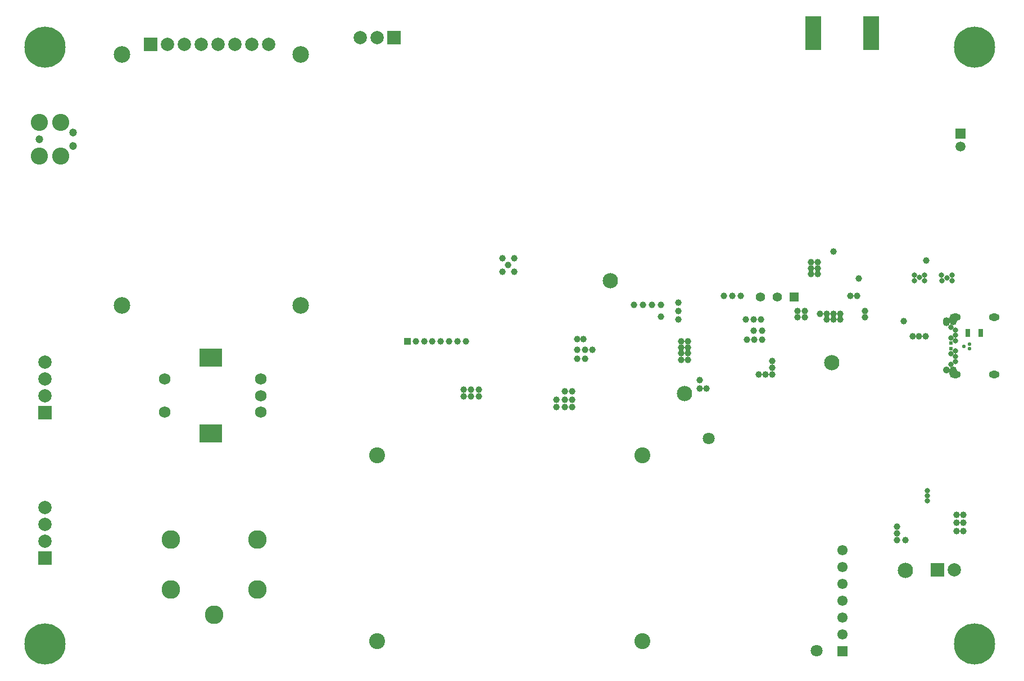
<source format=gbs>
G04*
G04 #@! TF.GenerationSoftware,Altium Limited,Altium Designer,24.9.1 (31)*
G04*
G04 Layer_Color=16711935*
%FSLAX44Y44*%
%MOMM*%
G71*
G04*
G04 #@! TF.SameCoordinates,A601D634-93CA-4805-8520-E3EE879C7AED*
G04*
G04*
G04 #@! TF.FilePolarity,Negative*
G04*
G01*
G75*
%ADD48R,2.4130X5.0800*%
%ADD126R,0.8032X1.2532*%
%ADD139C,2.0032*%
%ADD140R,2.0032X2.0032*%
%ADD141C,2.5032*%
%ADD142C,2.4032*%
%ADD143O,1.0532X1.3532*%
%ADD144O,1.1032X1.7532*%
%ADD145O,1.6032X1.1032*%
%ADD146C,1.0532*%
%ADD147C,0.6032*%
%ADD148C,0.8032*%
%ADD149R,3.4032X2.8032*%
%ADD150C,1.7532*%
%ADD151R,2.0032X2.0032*%
%ADD152C,2.8032*%
%ADD153R,1.0000X1.0000*%
%ADD154C,1.0000*%
%ADD155R,1.5500X1.5500*%
%ADD156C,1.5500*%
%ADD157C,1.8000*%
%ADD158C,1.5112*%
%ADD159R,1.5112X1.5112*%
%ADD160C,1.3890*%
%ADD161R,1.3890X1.3890*%
%ADD162C,2.3032*%
%ADD163C,6.2032*%
%ADD164C,1.1938*%
%ADD165C,2.5781*%
%ADD166C,1.0032*%
G04:AMPARAMS|DCode=230|XSize=0.5032mm|YSize=0.5032mm|CornerRadius=0.1511mm|HoleSize=0mm|Usage=FLASHONLY|Rotation=270.000|XOffset=0mm|YOffset=0mm|HoleType=Round|Shape=RoundedRectangle|*
%AMROUNDEDRECTD230*
21,1,0.5032,0.2010,0,0,270.0*
21,1,0.2010,0.5032,0,0,270.0*
1,1,0.3022,-0.1005,-0.1005*
1,1,0.3022,-0.1005,0.1005*
1,1,0.3022,0.1005,0.1005*
1,1,0.3022,0.1005,-0.1005*
%
%ADD230ROUNDEDRECTD230*%
D48*
X1207135Y971550D02*
D03*
X1294765D02*
D03*
D126*
X1440500Y519430D02*
D03*
X1459500D02*
D03*
D139*
X386600Y955000D02*
D03*
X361200D02*
D03*
X335800D02*
D03*
X310400D02*
D03*
X285000D02*
D03*
X259600D02*
D03*
X234200D02*
D03*
X50000Y424600D02*
D03*
Y450000D02*
D03*
Y475400D02*
D03*
Y255800D02*
D03*
Y230400D02*
D03*
Y205000D02*
D03*
X550000Y965000D02*
D03*
X524600D02*
D03*
X1419860Y162560D02*
D03*
D140*
X208800Y955000D02*
D03*
X575400Y965000D02*
D03*
D141*
X435180Y939530D02*
D03*
X165620Y561300D02*
D03*
Y939760D02*
D03*
X434860Y561300D02*
D03*
D142*
X950000Y55000D02*
D03*
Y335000D02*
D03*
X550000D02*
D03*
Y55000D02*
D03*
D143*
X1408250Y536000D02*
D03*
D144*
X1418250Y540050D02*
D03*
Y459950D02*
D03*
D145*
X1421750Y543300D02*
D03*
Y456700D02*
D03*
X1480250D02*
D03*
Y543300D02*
D03*
D146*
X1408250Y464000D02*
D03*
D147*
X1414750Y496000D02*
D03*
Y504000D02*
D03*
D148*
Y488000D02*
D03*
Y472000D02*
D03*
Y512000D02*
D03*
Y528000D02*
D03*
X1421750Y492000D02*
D03*
Y484000D02*
D03*
Y476000D02*
D03*
Y508000D02*
D03*
Y516000D02*
D03*
Y524000D02*
D03*
X1379220Y266700D02*
D03*
Y281940D02*
D03*
X1379010Y274160D02*
D03*
X1416558Y607060D02*
D03*
Y598170D02*
D03*
X1409192Y602742D02*
D03*
X1400810Y607060D02*
D03*
X1401064Y598170D02*
D03*
X1375130Y606970D02*
D03*
X1359890D02*
D03*
X1367256Y602906D02*
D03*
X1375130Y598080D02*
D03*
X1359890D02*
D03*
D149*
X300000Y482000D02*
D03*
Y368000D02*
D03*
D150*
X375000Y425000D02*
D03*
Y450000D02*
D03*
Y400000D02*
D03*
X230000D02*
D03*
Y450000D02*
D03*
D151*
X50000Y399200D02*
D03*
Y179600D02*
D03*
X1394460Y162560D02*
D03*
D152*
X239976Y132408D02*
D03*
X370024D02*
D03*
Y207592D02*
D03*
X305000Y94816D02*
D03*
X239976Y207592D02*
D03*
D153*
X596250Y507000D02*
D03*
D154*
X608750D02*
D03*
X621250D02*
D03*
X633750D02*
D03*
X646250D02*
D03*
X658750D02*
D03*
X671250D02*
D03*
X683750D02*
D03*
D155*
X1251000Y39000D02*
D03*
D156*
Y64400D02*
D03*
Y89800D02*
D03*
Y115200D02*
D03*
Y140600D02*
D03*
Y166000D02*
D03*
Y191400D02*
D03*
D157*
X1212250Y40000D02*
D03*
X1050000Y360000D02*
D03*
D158*
X1429600Y800260D02*
D03*
D159*
Y820260D02*
D03*
D160*
X1127760Y574040D02*
D03*
X1153160D02*
D03*
D161*
X1178560D02*
D03*
D162*
X1235710Y474980D02*
D03*
X901700Y598170D02*
D03*
X1346200Y161290D02*
D03*
X1013460Y427990D02*
D03*
D163*
X1450000Y50000D02*
D03*
Y950000D02*
D03*
X50000D02*
D03*
Y50000D02*
D03*
D164*
X41910Y811530D02*
D03*
X92710Y821690D02*
D03*
Y801370D02*
D03*
D165*
X41910Y836930D02*
D03*
Y786130D02*
D03*
X73660Y836930D02*
D03*
Y786130D02*
D03*
D166*
X1145540Y477520D02*
D03*
X1346200Y207010D02*
D03*
X1135380Y457200D02*
D03*
X1145540D02*
D03*
X1333500Y227330D02*
D03*
Y207010D02*
D03*
Y217170D02*
D03*
X1145540Y467360D02*
D03*
X1263650Y575310D02*
D03*
X1273810D02*
D03*
X1046480Y435610D02*
D03*
X1036320Y448310D02*
D03*
Y435610D02*
D03*
X1183640Y543560D02*
D03*
X1195070D02*
D03*
Y552450D02*
D03*
X1183640D02*
D03*
X1377260Y628900D02*
D03*
X1125220Y457200D02*
D03*
X1423670Y245110D02*
D03*
Y233680D02*
D03*
Y220980D02*
D03*
X1433830D02*
D03*
Y245110D02*
D03*
Y233680D02*
D03*
X1238250Y642620D02*
D03*
X1276350Y601980D02*
D03*
X1285240Y552450D02*
D03*
Y543560D02*
D03*
X1343660Y537210D02*
D03*
X739140Y612140D02*
D03*
X748030Y622300D02*
D03*
X756920Y632460D02*
D03*
X739140D02*
D03*
X756920Y612140D02*
D03*
X875030Y494030D02*
D03*
X863600D02*
D03*
X852170D02*
D03*
X852009Y509906D02*
D03*
X860899D02*
D03*
X852009Y480696D02*
D03*
X863439D02*
D03*
X950646Y561976D02*
D03*
X977739D02*
D03*
Y544196D02*
D03*
X937099Y561976D02*
D03*
X964193D02*
D03*
X1130300Y523240D02*
D03*
X1117600D02*
D03*
X1004570Y565150D02*
D03*
Y552450D02*
D03*
Y539750D02*
D03*
X1073150Y575310D02*
D03*
X1085850D02*
D03*
X1098550D02*
D03*
X1107440Y509270D02*
D03*
X1118870D02*
D03*
X1130300D02*
D03*
X1129030Y539750D02*
D03*
X1117600D02*
D03*
X1106170D02*
D03*
X844550Y407670D02*
D03*
Y419100D02*
D03*
Y431800D02*
D03*
X833120Y407670D02*
D03*
Y419100D02*
D03*
X820420D02*
D03*
Y407670D02*
D03*
X703580Y434340D02*
D03*
X692150D02*
D03*
X680720D02*
D03*
X703580Y424180D02*
D03*
X692150D02*
D03*
X680720D02*
D03*
X833120Y431800D02*
D03*
X1008380Y488950D02*
D03*
X1018540D02*
D03*
X1008380Y478790D02*
D03*
X1018540D02*
D03*
X1008380Y497840D02*
D03*
X1018540D02*
D03*
Y506730D02*
D03*
X1008380D02*
D03*
X1214120Y626110D02*
D03*
Y617220D02*
D03*
Y608330D02*
D03*
X1203960D02*
D03*
Y617220D02*
D03*
Y626110D02*
D03*
X1248410Y539750D02*
D03*
X1238250D02*
D03*
X1228090D02*
D03*
Y548640D02*
D03*
X1238250D02*
D03*
X1248410D02*
D03*
X1217930D02*
D03*
X1376426Y514096D02*
D03*
X1366774D02*
D03*
X1356868D02*
D03*
D230*
X1443160Y502610D02*
D03*
X1434660Y499110D02*
D03*
X1443160Y495610D02*
D03*
M02*

</source>
